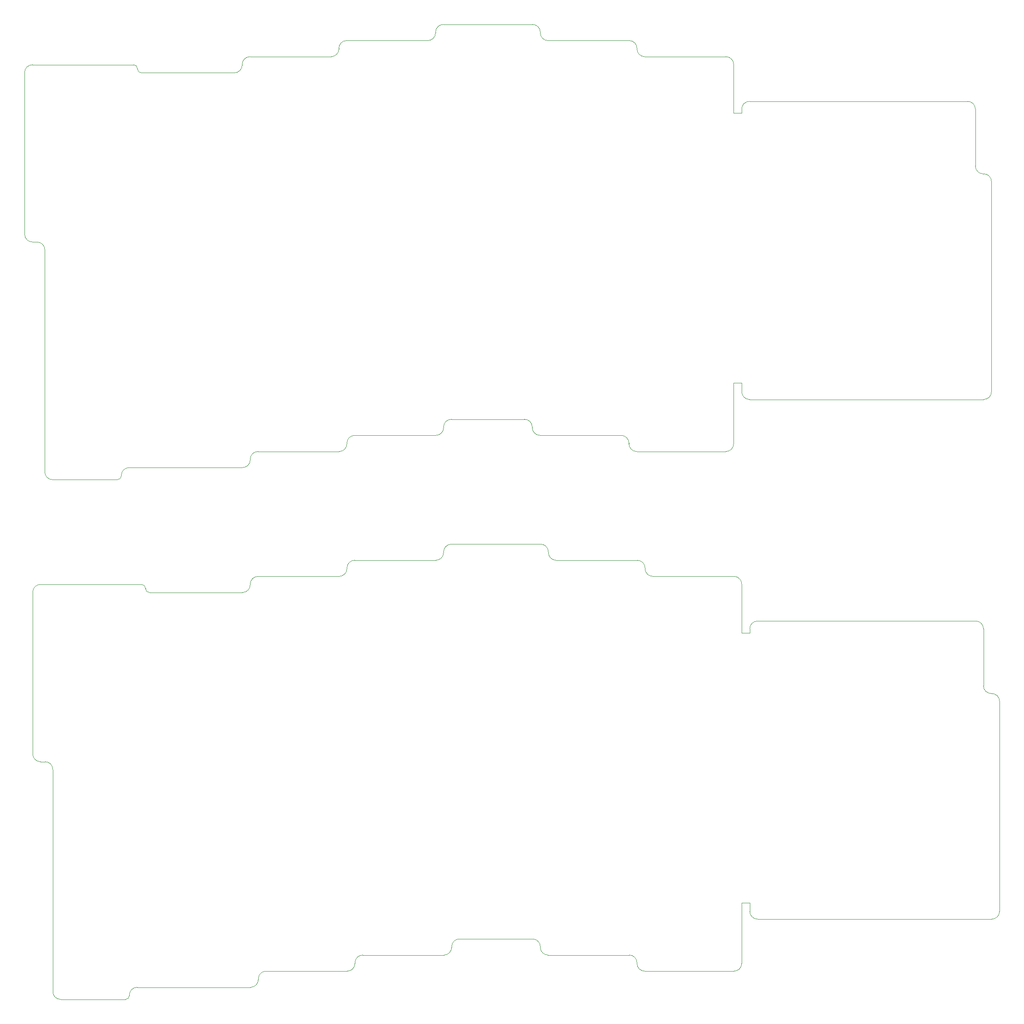
<source format=gbr>
%TF.GenerationSoftware,KiCad,Pcbnew,7.0.7*%
%TF.CreationDate,2024-02-04T16:52:20-05:00*%
%TF.ProjectId,garden,67617264-656e-42e6-9b69-6361645f7063,rev?*%
%TF.SameCoordinates,Original*%
%TF.FileFunction,Profile,NP*%
%FSLAX46Y46*%
G04 Gerber Fmt 4.6, Leading zero omitted, Abs format (unit mm)*
G04 Created by KiCad (PCBNEW 7.0.7) date 2024-02-04 16:52:20*
%MOMM*%
%LPD*%
G01*
G04 APERTURE LIST*
%TA.AperFunction,Profile*%
%ADD10C,0.100000*%
%TD*%
G04 APERTURE END LIST*
D10*
X77851000Y-11906250D02*
X61849000Y-11906250D01*
X95313500Y69056250D02*
G75*
G03*
X96837500Y70580250I1J1523999D01*
G01*
X96901000Y-8731250D02*
G75*
G03*
X98425000Y-7207250I1J1523999D01*
G01*
X36449000Y-15081250D02*
G75*
G03*
X34925000Y-16605250I-1J-1523999D01*
G01*
X114363500Y-5556250D02*
X99949000Y-5556250D01*
X60261500Y65881250D02*
X76263500Y65881250D01*
X136525000Y67532250D02*
X136525000Y67405250D01*
X157162500Y55562500D02*
X157162500Y54768750D01*
X96901000Y-8731250D02*
X80899000Y-8731250D01*
X39624000Y62706250D02*
X57213500Y62706250D01*
X115887500Y-7207250D02*
X115887500Y-7080250D01*
X206375000Y41275000D02*
G75*
G03*
X204851000Y42799000I-1523864J136D01*
G01*
X155575000Y54768750D02*
X155575000Y64357250D01*
X158686500Y57086500D02*
G75*
G03*
X157162500Y55562500I86J-1524086D01*
G01*
X115887500Y-7207250D02*
G75*
G03*
X117411500Y-8731250I1523999J-1D01*
G01*
X38100000Y63468250D02*
G75*
G03*
X38862000Y62706250I762001J1D01*
G01*
X79375000Y-10255250D02*
X79375000Y-10382250D01*
X157162500Y1587500D02*
X155575000Y1587500D01*
X58737500Y64230250D02*
X58737500Y64357250D01*
X204851000Y-1651000D02*
G75*
G03*
X206375000Y-127000I-86J1524086D01*
G01*
X15875000Y33175011D02*
X15875000Y30892750D01*
X38100000Y63531750D02*
G75*
G03*
X37338000Y64293750I-762001J-1D01*
G01*
X34163000Y-17462500D02*
X21367750Y-17462500D01*
X203200000Y44323000D02*
G75*
G03*
X204724000Y42799000I1523864J-136D01*
G01*
X79311500Y69056250D02*
G75*
G03*
X77787500Y67532250I-1J-1523999D01*
G01*
X77787500Y67405250D02*
X77787500Y67532250D01*
X115887500Y-7080250D02*
G75*
G03*
X114363500Y-5556250I-1523999J1D01*
G01*
X203200000Y55562500D02*
G75*
G03*
X201676000Y57086500I-1523864J136D01*
G01*
X17399000Y64293750D02*
X37338000Y64293750D01*
X98361500Y72231250D02*
G75*
G03*
X96837500Y70707250I-1J-1523999D01*
G01*
X157162500Y54768750D02*
X155575000Y54768750D01*
X134937500Y-10255250D02*
G75*
G03*
X133413500Y-8731250I-1523999J1D01*
G01*
X34163000Y-17462500D02*
G75*
G03*
X34925000Y-16700500I-85J762085D01*
G01*
X19843750Y-15938500D02*
X19843750Y27844750D01*
X133413500Y-8731250D02*
X117411500Y-8731250D01*
X58801000Y-15081250D02*
G75*
G03*
X60325000Y-13557250I1J1523999D01*
G01*
X19843750Y27844750D02*
G75*
G03*
X18319750Y29368750I-1523985J15D01*
G01*
X154051000Y-11906250D02*
G75*
G03*
X155575000Y-10382250I1J1523999D01*
G01*
X17399000Y29368750D02*
X18319750Y29368750D01*
X136525000Y67405250D02*
G75*
G03*
X138049000Y65881250I1523999J-1D01*
G01*
X61849000Y-11906250D02*
G75*
G03*
X60325000Y-13430250I-1J-1523999D01*
G01*
X15875000Y33175011D02*
X15875000Y62769750D01*
X57213500Y62706250D02*
G75*
G03*
X58737500Y64230250I1J1523999D01*
G01*
X76263500Y65881250D02*
G75*
G03*
X77787500Y67405250I1J1523999D01*
G01*
X118999000Y69056250D02*
X135001000Y69056250D01*
X98425000Y-7080250D02*
X98425000Y-7207250D01*
X155575000Y1587500D02*
X155575000Y-10382250D01*
X79311500Y69056250D02*
X95313500Y69056250D01*
X38100000Y63531750D02*
X38100000Y63468250D01*
X158686500Y-1651000D02*
X204851000Y-1651000D01*
X96837500Y70580250D02*
X96837500Y70707250D01*
X204851000Y42799000D02*
X204724000Y42799000D01*
X201676000Y57086500D02*
X158686500Y57086500D01*
X60325000Y-13430250D02*
X60325000Y-13557250D01*
X138049000Y65881250D02*
X154051000Y65881250D01*
X155575000Y64357250D02*
G75*
G03*
X154051000Y65881250I-1523999J1D01*
G01*
X60261500Y65881250D02*
G75*
G03*
X58737500Y64357250I-1J-1523999D01*
G01*
X117475000Y70707250D02*
X117475000Y70580250D01*
X80899000Y-8731250D02*
G75*
G03*
X79375000Y-10255250I-1J-1523999D01*
G01*
X15875000Y30892750D02*
G75*
G03*
X17399000Y29368750I1523999J-1D01*
G01*
X77851000Y-11906250D02*
G75*
G03*
X79375000Y-10382250I1J1523999D01*
G01*
X157162500Y-127000D02*
G75*
G03*
X158686500Y-1651000I1523864J-136D01*
G01*
X203200000Y44323000D02*
X203200000Y55562500D01*
X154051000Y-11906250D02*
X136461500Y-11906250D01*
X117475000Y70580250D02*
G75*
G03*
X118999000Y69056250I1523999J-1D01*
G01*
X38862000Y62706250D02*
X39624000Y62706250D01*
X117475000Y70707250D02*
G75*
G03*
X115951000Y72231250I-1523999J1D01*
G01*
X98361500Y72231250D02*
X115951000Y72231250D01*
X58801000Y-15081250D02*
X36449000Y-15081250D01*
X134937500Y-10382250D02*
X134937500Y-10255250D01*
X134937500Y-10382250D02*
G75*
G03*
X136461500Y-11906250I1523999J-1D01*
G01*
X206375000Y-127000D02*
X206375000Y41275000D01*
X157162500Y-127000D02*
X157162500Y1587500D01*
X99949000Y-5556250D02*
G75*
G03*
X98425000Y-7080250I-1J-1523999D01*
G01*
X34925000Y-16605250D02*
X34925000Y-16700500D01*
X136525000Y67532250D02*
G75*
G03*
X135001000Y69056250I-1523999J1D01*
G01*
X19843750Y-15938500D02*
G75*
G03*
X21367750Y-17462500I1523951J-49D01*
G01*
X17399000Y64293750D02*
G75*
G03*
X15875000Y62769750I-1J-1523999D01*
G01*
X79438500Y-114300000D02*
X63436500Y-114300000D01*
X96901000Y-33337500D02*
G75*
G03*
X98425000Y-31813500I1J1523999D01*
G01*
X98488500Y-111125000D02*
G75*
G03*
X100012500Y-109601000I1J1523999D01*
G01*
X38036500Y-117475000D02*
G75*
G03*
X36512500Y-118999000I-1J-1523999D01*
G01*
X115951000Y-107950000D02*
X101536500Y-107950000D01*
X61849000Y-36512500D02*
X77851000Y-36512500D01*
X138112500Y-34861500D02*
X138112500Y-34988500D01*
X158750000Y-46831250D02*
X158750000Y-47625000D01*
X98488500Y-111125000D02*
X82486500Y-111125000D01*
X41211500Y-39687500D02*
X58801000Y-39687500D01*
X117475000Y-109601000D02*
X117475000Y-109474000D01*
X207962500Y-61118750D02*
G75*
G03*
X206438500Y-59594750I-1523864J136D01*
G01*
X157162500Y-47625000D02*
X157162500Y-38036500D01*
X160274000Y-45307250D02*
G75*
G03*
X158750000Y-46831250I86J-1524086D01*
G01*
X117475000Y-109601000D02*
G75*
G03*
X118999000Y-111125000I1523999J-1D01*
G01*
X39687500Y-38925500D02*
G75*
G03*
X40449500Y-39687500I762001J1D01*
G01*
X80962500Y-112649000D02*
X80962500Y-112776000D01*
X158750000Y-100806250D02*
X157162500Y-100806250D01*
X60325000Y-38163500D02*
X60325000Y-38036500D01*
X206438500Y-104044750D02*
G75*
G03*
X207962500Y-102520750I-86J1524086D01*
G01*
X17462500Y-69218739D02*
X17462500Y-71501000D01*
X39687500Y-38862000D02*
G75*
G03*
X38925500Y-38100000I-762001J-1D01*
G01*
X35750500Y-119856250D02*
X22955250Y-119856250D01*
X204787500Y-58070750D02*
G75*
G03*
X206311500Y-59594750I1523864J-136D01*
G01*
X80899000Y-33337500D02*
G75*
G03*
X79375000Y-34861500I-1J-1523999D01*
G01*
X79375000Y-34988500D02*
X79375000Y-34861500D01*
X117475000Y-109474000D02*
G75*
G03*
X115951000Y-107950000I-1523999J1D01*
G01*
X204787500Y-46831250D02*
G75*
G03*
X203263500Y-45307250I-1523864J136D01*
G01*
X18986500Y-38100000D02*
X38925500Y-38100000D01*
X99949000Y-30162500D02*
G75*
G03*
X98425000Y-31686500I-1J-1523999D01*
G01*
X158750000Y-47625000D02*
X157162500Y-47625000D01*
X136525000Y-112649000D02*
G75*
G03*
X135001000Y-111125000I-1523999J1D01*
G01*
X35750500Y-119856250D02*
G75*
G03*
X36512500Y-119094250I-85J762085D01*
G01*
X21431250Y-118332250D02*
X21431250Y-74549000D01*
X135001000Y-111125000D02*
X118999000Y-111125000D01*
X60388500Y-117475000D02*
G75*
G03*
X61912500Y-115951000I1J1523999D01*
G01*
X21431250Y-74549000D02*
G75*
G03*
X19907250Y-73025000I-1523985J15D01*
G01*
X155638500Y-114300000D02*
G75*
G03*
X157162500Y-112776000I1J1523999D01*
G01*
X18986500Y-73025000D02*
X19907250Y-73025000D01*
X138112500Y-34988500D02*
G75*
G03*
X139636500Y-36512500I1523999J-1D01*
G01*
X63436500Y-114300000D02*
G75*
G03*
X61912500Y-115824000I-1J-1523999D01*
G01*
X17462500Y-69218739D02*
X17462500Y-39624000D01*
X58801000Y-39687500D02*
G75*
G03*
X60325000Y-38163500I1J1523999D01*
G01*
X77851000Y-36512500D02*
G75*
G03*
X79375000Y-34988500I1J1523999D01*
G01*
X120586500Y-33337500D02*
X136588500Y-33337500D01*
X100012500Y-109474000D02*
X100012500Y-109601000D01*
X157162500Y-100806250D02*
X157162500Y-112776000D01*
X80899000Y-33337500D02*
X96901000Y-33337500D01*
X39687500Y-38862000D02*
X39687500Y-38925500D01*
X160274000Y-104044750D02*
X206438500Y-104044750D01*
X98425000Y-31813500D02*
X98425000Y-31686500D01*
X206438500Y-59594750D02*
X206311500Y-59594750D01*
X203263500Y-45307250D02*
X160274000Y-45307250D01*
X61912500Y-115824000D02*
X61912500Y-115951000D01*
X139636500Y-36512500D02*
X155638500Y-36512500D01*
X157162500Y-38036500D02*
G75*
G03*
X155638500Y-36512500I-1523999J1D01*
G01*
X61849000Y-36512500D02*
G75*
G03*
X60325000Y-38036500I-1J-1523999D01*
G01*
X119062500Y-31686500D02*
X119062500Y-31813500D01*
X82486500Y-111125000D02*
G75*
G03*
X80962500Y-112649000I-1J-1523999D01*
G01*
X17462500Y-71501000D02*
G75*
G03*
X18986500Y-73025000I1523999J-1D01*
G01*
X79438500Y-114300000D02*
G75*
G03*
X80962500Y-112776000I1J1523999D01*
G01*
X158750000Y-102520750D02*
G75*
G03*
X160274000Y-104044750I1523864J-136D01*
G01*
X204787500Y-58070750D02*
X204787500Y-46831250D01*
X155638500Y-114300000D02*
X138049000Y-114300000D01*
X119062500Y-31813500D02*
G75*
G03*
X120586500Y-33337500I1523999J-1D01*
G01*
X40449500Y-39687500D02*
X41211500Y-39687500D01*
X119062500Y-31686500D02*
G75*
G03*
X117538500Y-30162500I-1523999J1D01*
G01*
X99949000Y-30162500D02*
X117538500Y-30162500D01*
X60388500Y-117475000D02*
X38036500Y-117475000D01*
X136525000Y-112776000D02*
X136525000Y-112649000D01*
X136525000Y-112776000D02*
G75*
G03*
X138049000Y-114300000I1523999J-1D01*
G01*
X207962500Y-102520750D02*
X207962500Y-61118750D01*
X158750000Y-102520750D02*
X158750000Y-100806250D01*
X101536500Y-107950000D02*
G75*
G03*
X100012500Y-109474000I-1J-1523999D01*
G01*
X36512500Y-118999000D02*
X36512500Y-119094250D01*
X138112500Y-34861500D02*
G75*
G03*
X136588500Y-33337500I-1523999J1D01*
G01*
X21431250Y-118332250D02*
G75*
G03*
X22955250Y-119856250I1523951J-49D01*
G01*
X18986500Y-38100000D02*
G75*
G03*
X17462500Y-39624000I-1J-1523999D01*
G01*
M02*

</source>
